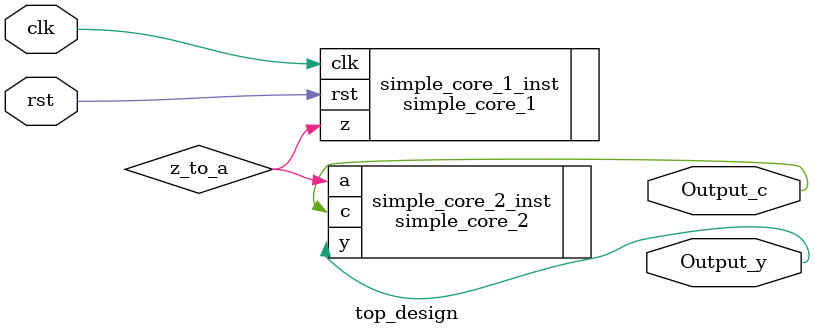
<source format=v>
module top_design (
    input  wire clk,
    input  wire rst,
    output wire Output_y,
    output wire Output_c
);
   wire z_to_a;

   simple_core_1 simple_core_1_inst (
       .clk(clk),
       .rst(rst),
       .z(z_to_a)
   );

   simple_core_2 simple_core_2_inst (
       .a(z_to_a),
       .y(Output_y),
       .c(Output_c)
   );

endmodule

</source>
